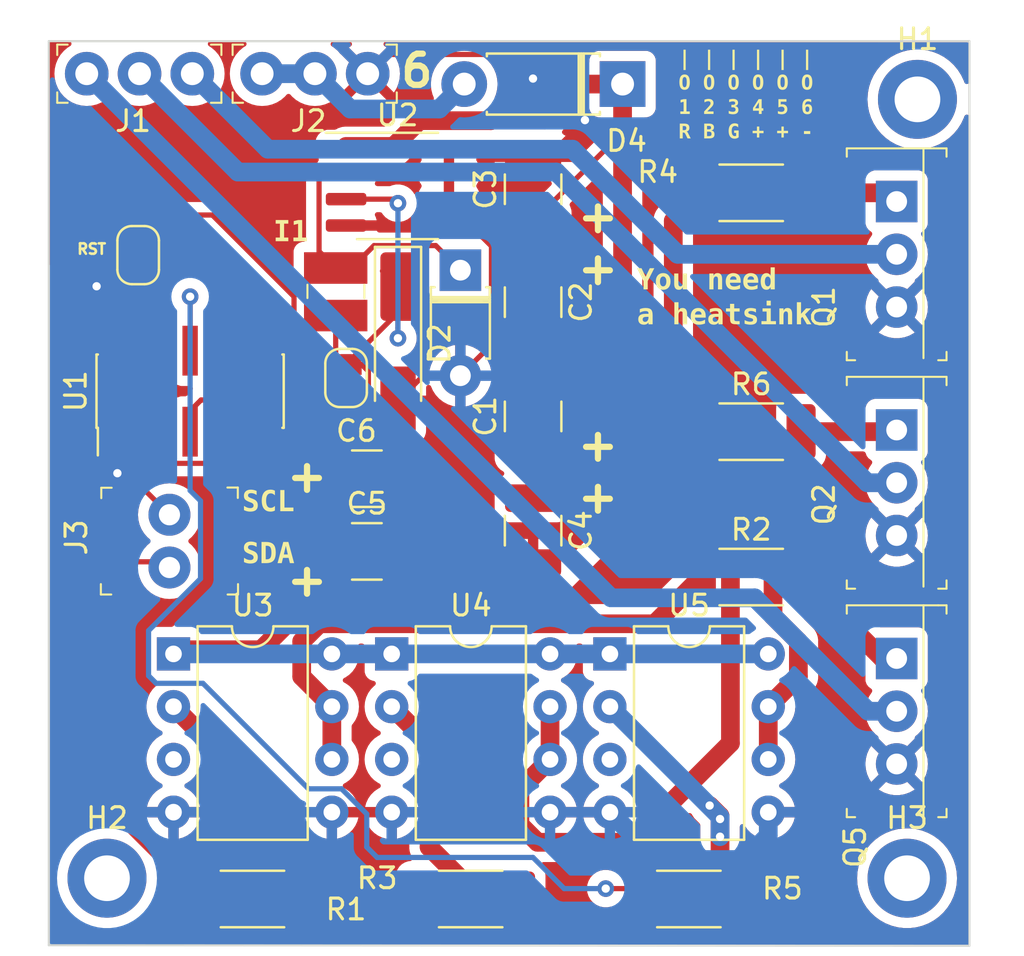
<source format=kicad_pcb>
(kicad_pcb (version 20221018) (generator pcbnew)
  (layers (0 "F.Cu" signal) (31 "B.Cu" signal) (34 "B.Paste" user) (35 "F.Paste" user) (36 "B.SilkS" user "B.Silkscreen") (37 "F.SilkS" user "F.Silkscreen") (38 "B.Mask" user) (39 "F.Mask" user) (44 "Edge.Cuts" user))
  (net 0 "")
  (net 1 "vin")
  (net 2 "GND")
  (net 3 "Net-(D2-K)")
  (net 4 "Net-(JP1-B)")
  (net 5 "Net-(D1-K)")
  (net 6 "r")
  (net 7 "g")
  (net 8 "b")
  (net 9 "Net-(JP2-B)")
  (net 10 "Net-(Q1-G)")
  (net 11 "Net-(Q2-G)")
  (net 12 "Net-(Q5-G)")
  (net 19 "Net-(U1-PF0)")
  (net 20 "Net-(U1-PF1)")
  (net 21 "Net-(D4-A)")
  (net 22 "Net-(U1-PA0)")
  (net 23 "Net-(U3-INPUT)")
  (net 24 "Net-(R2-Pad1)")
  (net 25 "Net-(U1-PA1)")
  (net 26 "Net-(U4-INPUT)")
  (net 27 "Net-(R4-Pad1)")
  (net 28 "Net-(U1-PA2)")
  (net 29 "Net-(U5-INPUT)")
  (net 30 "Net-(R6-Pad1)")
  (footprint "digikey-footprints:TO-220-3" (layer "F.Cu") (at 53.5 20.42 -90)
    (fp_text reference "Q1" (at 5.08 3.5 90) (layer "F.SilkS"))
    (fp_text value "IRF540NPBF")
    (pad "1" thru_hole rect (at 0 0 270) (size 2 2) (drill 1) (layers "*.Cu" "*.Mask") (net 10 "Net-(Q1-G)"))
    (pad "2" thru_hole circle (at 2.54 0 270) (size 2 2) (drill 1) (layers "*.Cu" "*.Mask") (net 7 "g"))
    (pad "3" thru_hole circle (at 5.08 0 270) (size 2 2) (drill 1) (layers "*.Cu" "*.Mask") (net 2 "GND"))
  )
  (footprint "MountingHole:MountingHole_2.2mm_M2_DIN965_Pad" (layer "F.Cu") (at 54 53)
    (fp_text reference "H3" (at 0 -2.9) (layer "F.SilkS"))
    (fp_text value "MountingHole")
    (pad "1" thru_hole circle (at 0 0) (size 3.8 3.8) (drill 2.2) (layers "*.Cu" "*.Mask"))
  )
  (footprint "Resistor_SMD:R_2010_5025Metric_Pad1.40x2.65mm_HandSolder" (layer "F.Cu") (at 46.5 20)
    (fp_text reference "R4" (at -4.5 -1) (layer "F.SilkS"))
    (fp_text value "R_US")
    (pad "1" smd roundrect (at -2.4 0) (size 1.4 2.65) (layers "F.Cu" "F.Paste" "F.Mask") (roundrect_rratio 0.178571) (net 27 "Net-(R4-Pad1)"))
    (pad "2" smd roundrect (at 2.4 0) (size 1.4 2.65) (layers "F.Cu" "F.Paste" "F.Mask") (roundrect_rratio 0.178571) (net 10 "Net-(Q1-G)"))
  )
  (footprint "digikey-footprints:TO-220-3" (layer "F.Cu") (at 53.5 31.42 -90)
    (fp_text reference "Q2" (at 3.58 3.5 90) (layer "F.SilkS"))
    (fp_text value "IRF540NPBF")
    (pad "1" thru_hole rect (at 0 0 270) (size 2 2) (drill 1) (layers "*.Cu" "*.Mask") (net 11 "Net-(Q2-G)"))
    (pad "2" thru_hole circle (at 2.54 0 270) (size 2 2) (drill 1) (layers "*.Cu" "*.Mask") (net 8 "b"))
    (pad "3" thru_hole circle (at 5.08 0 270) (size 2 2) (drill 1) (layers "*.Cu" "*.Mask") (net 2 "GND"))
  )
  (footprint "MountingHole:MountingHole_2.2mm_M2_DIN965_Pad" (layer "F.Cu") (at 54.5 15.5)
    (fp_text reference "H1" (at 0 -2.9) (layer "F.SilkS"))
    (fp_text value "MountingHole")
    (pad "1" thru_hole circle (at 0 0) (size 3.8 3.8) (drill 2.2) (layers "*.Cu" "*.Mask"))
  )
  (footprint "digikey-footprints:PinHeader_1x2_P2.54mm_Drill1.02mm" (layer "F.Cu") (at 18.505 38.04 90)
    (fp_text reference "J3" (at 1.45 -4.48 90) (layer "F.SilkS"))
    (fp_text value "640456-2")
    (pad "1" thru_hole circle (at 0 0 90) (size 2.02 2.02) (drill 1.02) (layers "*.Cu" "*.Mask") (net 19 "Net-(U1-PF0)"))
    (pad "2" thru_hole circle (at 2.54 0 90) (size 2.02 2.02) (drill 1.02) (layers "*.Cu" "*.Mask") (net 20 "Net-(U1-PF1)"))
  )
  (footprint "Resistor_SMD:R_2010_5025Metric_Pad1.40x2.65mm_HandSolder" (layer "F.Cu") (at 46.5 31.5)
    (fp_text reference "R6" (at 0 -2.28) (layer "F.SilkS"))
    (fp_text value "R_US")
    (pad "1" smd roundrect (at -2.4 0) (size 1.4 2.65) (layers "F.Cu" "F.Paste" "F.Mask") (roundrect_rratio 0.178571) (net 30 "Net-(R6-Pad1)"))
    (pad "2" smd roundrect (at 2.4 0) (size 1.4 2.65) (layers "F.Cu" "F.Paste" "F.Mask") (roundrect_rratio 0.178571) (net 11 "Net-(Q2-G)"))
  )
  (footprint "digikey-footprints:PinHeader_1x3_P2.54_Drill1.1mm" (layer "F.Cu") (at 19.605 14.265 180)
    (fp_text reference "J1" (at 2.85 -2.28) (layer "F.SilkS"))
    (fp_text value "640456-3")
    (pad "1" thru_hole circle (at 0 0 180) (size 2.1 2.1) (drill 1.1) (layers "*.Cu" "*.Mask") (net 7 "g"))
    (pad "2" thru_hole circle (at 2.54 0 180) (size 2.1 2.1) (drill 1.1) (layers "*.Cu" "*.Mask") (net 8 "b"))
    (pad "3" thru_hole circle (at 5.08 0 180) (size 2.1 2.1) (drill 1.1) (layers "*.Cu" "*.Mask") (net 6 "r"))
  )
  (footprint "Resistor_SMD:R_2010_5025Metric_Pad1.40x2.65mm_HandSolder" (layer "F.Cu") (at 22.5 54)
    (fp_text reference "R1" (at 4.5 0.5) (layer "F.SilkS"))
    (fp_text value "R_US" hide)
    (pad "1" smd roundrect (at -2.4 0) (size 1.4 2.65) (layers "F.Cu" "F.Paste" "F.Mask") (roundrect_rratio 0.178571) (net 22 "Net-(U1-PA0)"))
    (pad "2" smd roundrect (at 2.4 0) (size 1.4 2.65) (layers "F.Cu" "F.Paste" "F.Mask") (roundrect_rratio 0.178571) (net 23 "Net-(U3-INPUT)"))
  )
  (footprint "Resistor_SMD:R_2010_5025Metric_Pad1.40x2.65mm_HandSolder" (layer "F.Cu") (at 43.5 54)
    (fp_text reference "R5" (at 4.5 -0.5) (layer "F.SilkS"))
    (fp_text value "R_US" hide)
    (pad "1" smd roundrect (at -2.4 0) (size 1.4 2.65) (layers "F.Cu" "F.Paste" "F.Mask") (roundrect_rratio 0.178571) (net 28 "Net-(U1-PA2)"))
    (pad "2" smd roundrect (at 2.4 0) (size 1.4 2.65) (layers "F.Cu" "F.Paste" "F.Mask") (roundrect_rratio 0.178571) (net 29 "Net-(U5-INPUT)"))
  )
  (footprint "Capacitor_SMD:C_1210_3225Metric_Pad1.33x2.70mm_HandSolder" (layer "F.Cu") (at 36.005 30.765 90)
    (fp_text reference "C1" (at 0 -2.3 90) (layer "F.SilkS"))
    (fp_text value "C")
    (pad "1" smd roundrect (at -1.5625 0 90) (size 1.325 2.7) (layers "F.Cu" "F.Paste" "F.Mask") (roundrect_rratio 0.1886792453) (net 1 "vin"))
    (pad "2" smd roundrect (at 1.5625 0 90) (size 1.325 2.7) (layers "F.Cu" "F.Paste" "F.Mask") (roundrect_rratio 0.1886792453) (net 2 "GND"))
  )
  (footprint "Package_SO:SOIC-8_3.9x4.9mm_P1.27mm" (layer "F.Cu") (at 29.48 19.67)
    (fp_text reference "U2" (at 0 -3.4) (layer "F.SilkS"))
    (fp_text value "XL1509-3.3")
    (pad "1" smd roundrect (at -2.475 -1.905) (size 1.95 0.6) (layers "F.Cu" "F.Paste" "F.Mask") (net 1 "vin"))
    (pad "2" smd roundrect (at -2.475 -0.635) (size 1.95 0.6) (layers "F.Cu" "F.Paste" "F.Mask") (net 5 "Net-(D1-K)"))
    (pad "3" smd roundrect (at -2.475 0.635) (size 1.95 0.6) (layers "F.Cu" "F.Paste" "F.Mask") (net 3 "Net-(D2-K)"))
    (pad "4" smd roundrect (at -2.475 1.905) (size 1.95 0.6) (layers "F.Cu" "F.Paste" "F.Mask") (net 2 "GND"))
    (pad "5" smd roundrect (at 2.475 1.905) (size 1.95 0.6) (layers "F.Cu" "F.Paste" "F.Mask") (net 2 "GND"))
    (pad "6" smd roundrect (at 2.475 0.635) (size 1.95 0.6) (layers "F.Cu" "F.Paste" "F.Mask") (net 2 "GND"))
    (pad "7" smd roundrect (at 2.475 -0.635) (size 1.95 0.6) (layers "F.Cu" "F.Paste" "F.Mask") (net 2 "GND"))
    (pad "8" smd roundrect (at 2.475 -1.905) (size 1.95 0.6) (layers "F.Cu" "F.Paste" "F.Mask") (net 2 "GND"))
  )
  (footprint "Package_DIP:DIP-8_W7.62mm" (layer "F.Cu") (at 39.7 42.2)
    (fp_text reference "U5" (at 3.81 -2.33) (layer "F.SilkS"))
    (fp_text value "TC4422")
    (pad "1" thru_hole rect (at 0 0) (size 1.6 1.6) (drill 0.8) (layers "*.Cu" "*.Mask") (net 1 "vin"))
    (pad "2" thru_hole oval (at 0 2.54) (size 1.6 1.6) (drill 0.8) (layers "*.Cu" "*.Mask") (net 29 "Net-(U5-INPUT)"))
    (pad "3" thru_hole oval (at 0 5.08) (size 1.6 1.6) (drill 0.8) (layers "*.Cu" "*.Mask"))
    (pad "4" thru_hole oval (at 0 7.62) (size 1.6 1.6) (drill 0.8) (layers "*.Cu" "*.Mask") (net 2 "GND"))
    (pad "5" thru_hole oval (at 7.62 7.62) (size 1.6 1.6) (drill 0.8) (layers "*.Cu" "*.Mask") (net 2 "GND"))
    (pad "6" thru_hole oval (at 7.62 5.08) (size 1.6 1.6) (drill 0.8) (layers "*.Cu" "*.Mask") (net 30 "Net-(R6-Pad1)"))
    (pad "7" thru_hole oval (at 7.62 2.54) (size 1.6 1.6) (drill 0.8) (layers "*.Cu" "*.Mask") (net 30 "Net-(R6-Pad1)"))
    (pad "8" thru_hole oval (at 7.62 0) (size 1.6 1.6) (drill 0.8) (layers "*.Cu" "*.Mask") (net 1 "vin"))
  )
  (footprint "Resistor_SMD:R_2010_5025Metric_Pad1.40x2.65mm_HandSolder" (layer "F.Cu") (at 33 54)
    (fp_text reference "R3" (at -4.5 -1) (layer "F.SilkS"))
    (fp_text value "R_US" hide)
    (pad "1" smd roundrect (at -2.4 0) (size 1.4 2.65) (layers "F.Cu" "F.Paste" "F.Mask") (roundrect_rratio 0.178571) (net 25 "Net-(U1-PA1)"))
    (pad "2" smd roundrect (at 2.4 0) (size 1.4 2.65) (layers "F.Cu" "F.Paste" "F.Mask") (roundrect_rratio 0.178571) (net 26 "Net-(U4-INPUT)"))
  )
  (footprint "Package_DIP:DIP-8_W7.62mm" (layer "F.Cu") (at 29.2 42.2)
    (fp_text reference "U4" (at 3.81 -2.33) (layer "F.SilkS"))
    (fp_text value "TC4422")
    (pad "1" thru_hole rect (at 0 0) (size 1.6 1.6) (drill 0.8) (layers "*.Cu" "*.Mask") (net 1 "vin"))
    (pad "2" thru_hole oval (at 0 2.54) (size 1.6 1.6) (drill 0.8) (layers "*.Cu" "*.Mask") (net 26 "Net-(U4-INPUT)"))
    (pad "3" thru_hole oval (at 0 5.08) (size 1.6 1.6) (drill 0.8) (layers "*.Cu" "*.Mask"))
    (pad "4" thru_hole oval (at 0 7.62) (size 1.6 1.6) (drill 0.8) (layers "*.Cu" "*.Mask") (net 2 "GND"))
    (pad "5" thru_hole oval (at 7.62 7.62) (size 1.6 1.6) (drill 0.8) (layers "*.Cu" "*.Mask") (net 2 "GND"))
    (pad "6" thru_hole oval (at 7.62 5.08) (size 1.6 1.6) (drill 0.8) (layers "*.Cu" "*.Mask") (net 27 "Net-(R4-Pad1)"))
    (pad "7" thru_hole oval (at 7.62 2.54) (size 1.6 1.6) (drill 0.8) (layers "*.Cu" "*.Mask") (net 27 "Net-(R4-Pad1)"))
    (pad "8" thru_hole oval (at 7.62 0) (size 1.6 1.6) (drill 0.8) (layers "*.Cu" "*.Mask") (net 1 "vin"))
  )
  (footprint "digikey-footprints:1210" (layer "F.Cu") (at 26.505 24.765 -90)
    (fp_text reference "L1" hide)
    (fp_text value "82473C")
    (pad "1" smd rect (at -1.145 0 270) (size 1.52 3.05) (layers "F.Cu" "F.Paste" "F.Mask") (net 5 "Net-(D1-K)"))
    (pad "2" smd rect (at 1.145 0 270) (size 1.52 3.05) (layers "F.Cu" "F.Paste" "F.Mask") (net 3 "Net-(D2-K)"))
  )
  (footprint "Diode_THT:D_T-1_P5.08mm_Horizontal" (layer "F.Cu") (at 32.505 23.725 -90)
    (fp_text reference "D1" hide)
    (fp_text value "D_Schottky")
    (pad "1" thru_hole rect (at 0 0 270) (size 2 2) (drill 1) (layers "*.Cu" "*.Mask") (net 5 "Net-(D1-K)"))
    (pad "2" thru_hole oval (at 5.08 0 270) (size 2 2) (drill 1) (layers "*.Cu" "*.Mask") (net 2 "GND"))
  )
  (footprint "Jumper:SolderJumper-2_P1.3mm_Bridged_RoundedPad1.0x1.5mm" (layer "F.Cu") (at 27.005 28.915 -90)
    (fp_text reference "JP1" hide)
    (fp_text value "SolderJumper_2_Bridged")
    (fp_poly (pts (xy 0.25 -0.3) (xy -0.25 -0.3) (xy -0.25 0.3) (xy 0.25 0.3)) (fill solid) (layer "F.Cu"))
    (pad "1" smd custom (at -0.65 0 270) (size 1 0.5) (layers "F.Cu" "F.Mask") (net 3 "Net-(D2-K)") (options (clearance outline) (anchor rect)) (primitives (gr_circle (center 0 0.25) (end 0.5 0.25) (width 0) (fill yes)) (gr_circle (center 0 -0.25) (end 0.5 -0.25) (width 0) (fill yes)) (gr_poly (pts (xy 0.5 0.75) (xy 0 0.75) (xy 0 -0.75) (xy 0.5 -0.75)) (width 0) (fill yes))))
    (pad "2" smd custom (at 0.65 0 270) (size 1 0.5) (layers "F.Cu" "F.Mask") (net 4 "Net-(JP1-B)") (options (clearance outline) (anchor rect)) (primitives (gr_circle (center 0 0.25) (end 0.5 0.25) (width 0) (fill yes)) (gr_circle (center 0 -0.25) (end 0.5 -0.25) (width 0) (fill yes)) (gr_poly (pts (xy 0 0.75) (xy -0.5 0.75) (xy -0.5 -0.75) (xy 0 -0.75)) (width 0) (fill yes))))
  )
  (footprint "Resistor_SMD:R_2010_5025Metric_Pad1.40x2.65mm_HandSolder" (layer "F.Cu") (at 46.5 38.5)
    (fp_text reference "R2" (at 0 -2.28) (layer "F.SilkS"))
    (fp_text value "R_US" hide)
    (pad "1" smd roundrect (at -2.4 0) (size 1.4 2.65) (layers "F.Cu" "F.Paste" "F.Mask") (roundrect_rratio 0.178571) (net 24 "Net-(R2-Pad1)"))
    (pad "2" smd roundrect (at 2.4 0) (size 1.4 2.65) (layers "F.Cu" "F.Paste" "F.Mask") (roundrect_rratio 0.178571) (net 12 "Net-(Q5-G)"))
  )
  (footprint "Package_DIP:DIP-8_W7.62mm" (layer "F.Cu") (at 18.7 42.2)
    (fp_text reference "U3" (at 3.81 -2.33) (layer "F.SilkS"))
    (fp_text value "TC4422")
    (pad "1" thru_hole rect (at 0 0) (size 1.6 1.6) (drill 0.8) (layers "*.Cu" "*.Mask") (net 1 "vin"))
    (pad "2" thru_hole oval (at 0 2.54) (size 1.6 1.6) (drill 0.8) (layers "*.Cu" "*.Mask") (net 23 "Net-(U3-INPUT)"))
    (pad "3" thru_hole oval (at 0 5.08) (size 1.6 1.6) (drill 0.8) (layers "*.Cu" "*.Mask"))
    (pad "4" thru_hole oval (at 0 7.62) (size 1.6 1.6) (drill 0.8) (layers "*.Cu" "*.Mask") (net 2 "GND"))
    (pad "5" thru_hole oval (at 7.62 7.62) (size 1.6 1.6) (drill 0.8) (layers "*.Cu" "*.Mask") (net 2 "GND"))
    (pad "6" thru_hole oval (at 7.62 5.08) (size 1.6 1.6) (drill 0.8) (layers "*.Cu" "*.Mask") (net 24 "Net-(R2-Pad1)"))
    (pad "7" thru_hole oval (at 7.62 2.54) (size 1.6 1.6) (drill 0.8) (layers "*.Cu" "*.Mask") (net 24 "Net-(R2-Pad1)"))
    (pad "8" thru_hole oval (at 7.62 0) (size 1.6 1.6) (drill 0.8) (layers "*.Cu" "*.Mask") (net 1 "vin"))
  )
  (footprint "Capacitor_SMD:C_1210_3225Metric_Pad1.33x2.70mm_HandSolder" (layer "F.Cu") (at 28.005 37.265)
    (fp_text reference "C5" (at 0 -2.3) (layer "F.SilkS"))
    (fp_text value "C_Polarized_US")
    (pad "1" smd roundrect (at -1.5625 0) (size 1.325 2.7) (layers "F.Cu" "F.Paste" "F.Mask") (roundrect_rratio 0.1886792453) (net 3 "Net-(D2-K)"))
    (pad "2" smd roundrect (at 1.5625 0) (size 1.325 2.7) (layers "F.Cu" "F.Paste" "F.Mask") (roundrect_rratio 0.1886792453) (net 2 "GND"))
  )
  (footprint "Capacitor_SMD:C_1210_3225Metric_Pad1.33x2.70mm_HandSolder" (layer "F.Cu") (at 36.005 19.8275 90)
    (fp_text reference "C3" (at 0 -2.3 90) (layer "F.SilkS"))
    (fp_text value "C_Polarized_US")
    (pad "1" smd roundrect (at -1.5625 0 90) (size 1.325 2.7) (layers "F.Cu" "F.Paste" "F.Mask") (roundrect_rratio 0.1886792453) (net 1 "vin"))
    (pad "2" smd roundrect (at 1.5625 0 90) (size 1.325 2.7) (layers "F.Cu" "F.Paste" "F.Mask") (roundrect_rratio 0.1886792453) (net 2 "GND"))
  )
  (footprint "Diode_SMD:D_MiniMELF_Handsoldering" (layer "F.Cu") (at 29.505 27.265 -90)
    (fp_text reference "D2" (at 0 -2 90) (layer "F.SilkS"))
    (fp_text value "ZMMxx")
    (pad "1" smd roundrect (at -2.75 0 270) (size 3.3 1.7) (layers "F.Cu" "F.Paste" "F.Mask") (roundrect_rratio 0.1470588235) (net 3 "Net-(D2-K)"))
    (pad "2" smd roundrect (at 2.75 0 270) (size 3.3 1.7) (layers "F.Cu" "F.Paste" "F.Mask") (roundrect_rratio 0.1470588235) (net 2 "GND"))
  )
  (footprint "MountingHole:MountingHole_2.2mm_M2_DIN965_Pad" (layer "F.Cu") (at 15.5 53)
    (fp_text reference "H2" (at 0 -2.9) (layer "F.SilkS"))
    (fp_text value "MountingHole")
    (pad "1" thru_hole circle (at 0 0) (size 3.8 3.8) (drill 2.2) (layers "*.Cu" "*.Mask"))
  )
  (footprint "Diode_THT:D_DO-41_SOD81_P7.62mm_Horizontal" (layer "F.Cu") (at 40.31 14.765 180)
    (fp_text reference "D4" (at -0.19 -2.735) (layer "F.SilkS"))
    (fp_text value "1N4002")
    (pad "1" thru_hole rect (at 0 0 180) (size 2.2 2.2) (drill 1.1) (layers "*.Cu" "*.Mask") (net 1 "vin"))
    (pad "2" thru_hole oval (at 7.62 0 180) (size 2.2 2.2) (drill 1.1) (layers "*.Cu" "*.Mask") (net 21 "Net-(D4-A)"))
  )
  (footprint "Capacitor_SMD:C_1210_3225Metric_Pad1.33x2.70mm_HandSolder" (layer "F.Cu") (at 28.005 33.765)
    (fp_text reference "C6" (at -0.505 -2.3) (layer "F.SilkS"))
    (fp_text value "C")
    (pad "1" smd roundrect (at -1.5625 0) (size 1.325 2.7) (layers "F.Cu" "F.Paste" "F.Mask") (roundrect_rratio 0.1886792453) (net 3 "Net-(D2-K)"))
    (pad "2" smd roundrect (at 1.5625 0) (size 1.325 2.7) (layers "F.Cu" "F.Paste" "F.Mask") (roundrect_rratio 0.1886792453) (net 2 "GND"))
  )
  (footprint "digikey-footprints:TO-220-3" (layer "F.Cu") (at 53.5 42.42 -90)
    (fp_text reference "Q5" (at 9.08 2 90) (layer "F.SilkS"))
    (fp_text value "IRF540NPBF")
    (pad "1" thru_hole rect (at 0 0 270) (size 2 2) (drill 1) (layers "*.Cu" "*.Mask") (net 12 "Net-(Q5-G)"))
    (pad "2" thru_hole circle (at 2.54 0 270) (size 2 2) (drill 1) (layers "*.Cu" "*.Mask") (net 6 "r"))
    (pad "3" thru_hole circle (at 5.08 0 270) (size 2 2) (drill 1) (layers "*.Cu" "*.Mask") (net 2 "GND"))
  )
  (footprint "Connector_PinHeader_1.27mm:PinHeader_2x07_P1.27mm_Vertical_SMD" (layer "F.Cu") (at 19.5 29.55 90)
    (fp_text reference "U1" (at 0 -5.505 90) (layer "F.SilkS"))
    (fp_text value "STM32F030F4P6")
    (pad "1" smd rect (at -1.95 -3.81 90) (size 2.4 0.74) (layers "F.Cu" "F.Paste" "F.Mask") (net 2 "GND"))
    (pad "2" smd rect (at 1.95 -3.81 90) (size 2.4 0.74) (layers "F.Cu" "F.Paste" "F.Mask") (net 19 "Net-(U1-PF0)"))
    (pad "3" smd rect (at -1.95 -2.54 90) (size 2.4 0.74) (layers "F.Cu" "F.Paste" "F.Mask") (net 20 "Net-(U1-PF1)"))
    (pad "4" smd rect (at 1.95 -2.54 90) (size 2.4 0.74) (layers "F.Cu" "F.Paste" "F.Mask") (net 9 "Net-(JP2-B)"))
    (pad "5" smd rect (at -1.95 -1.27 90) (size 2.4 0.74) (layers "F.Cu" "F.Paste" "F.Mask") (net 4 "Net-(JP1-B)"))
    (pad "6" smd rect (at 1.95 -1.27 90) (size 2.4 0.74) (layers "F.Cu" "F.Paste" "F.Mask") (net 22 "Net-(U1-PA0)"))
    (pad "7" smd rect (at -1.95 0 90) (size 2.4 0.74) (layers "F.Cu" "F.Paste" "F.Mask") (net 25 "Net-(U1-PA1)"))
    (pad "8" smd rect (at 1.95 0 90) (size 2.4 0.74) (layers "F.Cu" "F.Paste" "F.Mask") (net 28 "Net-(U1-PA2)"))
    (pad "9" smd rect (at -1.95 1.27 90) (size 2.4 0.74) (layers "F.Cu" "F.Paste" "F.Mask"))
    (pad "10" smd rect (at 1.95 1.27 90) (size 2.4 0.74) (layers "F.Cu" "F.Paste" "F.Mask"))
    (pad "11" smd rect (at -1.95 2.54 90) (size 2.4 0.74) (layers "F.Cu" "F.Paste" "F.Mask"))
    (pad "12" smd rect (at 1.95 2.54 90) (size 2.4 0.74) (layers "F.Cu" "F.Paste" "F.Mask"))
    (pad "13" smd rect (at -1.95 3.81 90) (size 2.4 0.74) (layers "F.Cu" "F.Paste" "F.Mask"))
    (pad "14" smd rect (at 1.95 3.81 90) (size 2.4 0.74) (layers "F.Cu" "F.Paste" "F.Mask"))
  )
  (footprint "Capacitor_SMD:C_1210_3225Metric_Pad1.33x2.70mm_HandSolder" (layer "F.Cu") (at 36.005 25.265 -90)
    (fp_text reference "C2" (at 0 -2.3 90) (layer "F.SilkS"))
    (fp_text value "C_Polarized_US")
    (pad "1" smd roundrect (at -1.5625 0 270) (size 1.325 2.7) (layers "F.Cu" "F.Paste" "F.Mask") (roundrect_rratio 0.1886792453) (net 1 "vin"))
    (pad "2" smd roundrect (at 1.5625 0 270) (size 1.325 2.7) (layers "F.Cu" "F.Paste" "F.Mask") (roundrect_rratio 0.1886792453) (net 2 "GND"))
  )
  (footprint "Capacitor_SMD:C_1210_3225Metric_Pad1.33x2.70mm_HandSolder" (layer "F.Cu") (at 36.005 36.265 -90)
    (fp_text reference "C4" (at 0 -2.3 90) (layer "F.SilkS"))
    (fp_text value "C")
    (pad "1" smd roundrect (at -1.5625 0 270) (size 1.325 2.7) (layers "F.Cu" "F.Paste" "F.Mask") (roundrect_rratio 0.1886792453) (net 1 "vin"))
    (pad "2" smd roundrect (at 1.5625 0 270) (size 1.325 2.7) (layers "F.Cu" "F.Paste" "F.Mask") (roundrect_rratio 0.1886792453) (net 2 "GND"))
  )
  (footprint "digikey-footprints:PinHeader_1x3_P2.54_Drill1.1mm" (layer "F.Cu") (at 28.045 14.265 180)
    (fp_text reference "J2" (at 2.85 -2.28) (layer "F.SilkS"))
    (fp_text value "640456-3")
    (pad "1" thru_hole circle (at 0 0 180) (size 2.1 2.1) (drill 1.1) (layers "*.Cu" "*.Mask") (net 2 "GND"))
    (pad "2" thru_hole circle (at 2.54 0 180) (size 2.1 2.1) (drill 1.1) (layers "*.Cu" "*.Mask") (net 21 "Net-(D4-A)"))
    (pad "3" thru_hole circle (at 5.08 0 180) (size 2.1 2.1) (drill 1.1) (layers "*.Cu" "*.Mask") (net 21 "Net-(D4-A)"))
  )
  (footprint "Jumper:SolderJumper-2_P1.3mm_Open_RoundedPad1.0x1.5mm" (layer "F.Cu") (at 17 23 -90)
    (fp_text reference "JP2" hide)
    (fp_text value "SolderJumper_2_Open")
    (pad "1" smd custom (at -0.65 0 270) (size 1 0.5) (layers "F.Cu" "F.Mask") (net 2 "GND") (options (clearance outline) (anchor rect)) (primitives (gr_circle (center 0 0.25) (end 0.5 0.25) (width 0) (fill yes)) (gr_circle (center 0 -0.25) (end 0.5 -0.25) (width 0) (fill yes)) (gr_poly (pts (xy 0.5 0.75) (xy 0 0.75) (xy 0 -0.75) (xy 0.5 -0.75)) (width 0) (fill yes))))
    (pad "2" smd custom (at 0.65 0 270) (size 1 0.5) (layers "F.Cu" "F.Mask") (net 9 "Net-(JP2-B)") (options (clearance outline) (anchor rect)) (primitives (gr_circle (center 0 0.25) (end 0.5 0.25) (width 0) (fill yes)) (gr_circle (center 0 -0.25) (end 0.5 -0.25) (width 0) (fill yes)) (gr_poly (pts (xy 0 0.75) (xy -0.5 0.75) (xy -0.5 -0.75) (xy 0 -0.75)) (width 0) (fill yes))))
  )
  (gr_line (start 57 12.7) (end 57 56.25) (stroke (width 0.1)) (layer "Edge.Cuts"))
  (gr_line (start 12.7 12.7) (end 57 12.7) (stroke (width 0.1)) (layer "Edge.Cuts"))
  (gr_line (start 12.7 56.225) (end 12.7 12.7) (stroke (width 0.1)) (layer "Edge.Cuts"))
  (gr_line (start 57 56.25) (end 12.7 56.225) (stroke (width 0.1)) (layer "Edge.Cuts"))
  (gr_text "I1" (at 23.5 22.5) (layer "F.SilkS") (effects (font (size 1 1) (thickness 0.25) bold) (justify left bottom)))
  (gr_text "+" (at 24 34.5) (layer "F.SilkS") (effects (font (size 1.5 1.5) (thickness 0.3) bold) (justify left bottom)))
  (gr_text "+" (at 38 24.5) (layer "F.SilkS") (effects (font (size 1.5 1.5) (thickness 0.3) bold) (justify left bottom)))
  (gr_text "SDA" (at 22 38) (layer "F.SilkS") (effects (font (size 1 1) (thickness 0.25) bold) (justify left bottom)))
  (gr_text "+" (at 38 33) (layer "F.SilkS") (effects (font (size 1.5 1.5) (thickness 0.3) bold) (justify left bottom)))
  (gr_text "RST" (at 14 23) (layer "F.SilkS") (effects (font (size 0.5 0.5) (thickness 0.125) bold) (justify left bottom)))
  (gr_text "6" (at 29.5 15) (layer "F.SilkS") (effects (font (size 1.5 1.5) (thickness 0.3) bold) (justify left bottom)))
  (gr_text "SCL" (at 22 35.5) (layer "F.SilkS") (effects (font (size 1 1) (thickness 0.25) bold) (justify left bottom)))
  (gr_text "+" (at 38 22) (layer "F.SilkS") (effects (font (size 1.5 1.5) (thickness 0.3) bold) (justify left bottom)))
  (gr_text "| | | | | |\nO O O O O O\n1 2 3 4 5 6\nR B G + + -" (at 43 17.5) (layer "F.SilkS") (effects (font (size 0.7 0.7) (thickness 0.125) bold) (justify left bottom)))
  (gr_text "+" (at 38 35.5) (layer "F.SilkS") (effects (font (size 1.5 1.5) (thickness 0.3) bold) (justify left bottom)))
  (gr_text "+" (at 24 39.5) (layer "F.SilkS") (effects (font (size 1.5 1.5) (thickness 0.3) bold) (justify left bottom)))
  (gr_text "You need\na heatsink" (at 41 26.5) (layer "F.SilkS") (effects (font (size 1 1) (thickness 0.2) bold) (justify left bottom)))
  (segment (start 40.31 37.19) (end 37.85 39.65) (width 0.9) (layer "F.Cu") (net 1))
  (segment (start 40.31 14.765) (end 38.31 14.765) (width 0.9) (layer "F.Cu") (net 1))
  (segment (start 36.005 21.39) (end 40 17.395) (width 0.25) (layer "F.Cu") (net 1))
  (segment (start 25.263755 39.65) (end 22.913755 42) (width 0.9) (layer "F.Cu") (net 1))
  (segment (start 22.913755 42) (end 18.9 42) (width 0.9) (layer "F.Cu") (net 1))
  (segment (start 36.575 16.5) (end 34 16.5) (width 0.9) (layer "F.Cu") (net 1))
  (segment (start 36.005 32.3275) (end 37.68 30.6525) (width 0.25) (layer "F.Cu") (net 1))
  (segment (start 37.68 25.3775) (end 36.005 23.7025) (width 0.25) (layer "F.Cu") (net 1))
  (segment (start 38.31 14.765) (end 36.575 16.5) (width 0.9) (layer "F.Cu") (net 1))
  (segment (start 40.31 14.765) (end 40.31 37.19) (width 0.9) (layer "F.Cu") (net 1))
  (segment (start 29.290635 17.765) (end 27.005 17.765) (width 0.9) (layer "F.Cu") (net 1))
  (segment (start 37.68 30.6525) (end 37.68 25.3775) (width 0.25) (layer "F.Cu") (net 1))
  (segment (start 30.527817 16.527817) (end 29.290635 17.765) (width 0.9) (layer "F.Cu") (net 1))
  (segment (start 33.972183 16.527817) (end 30.527817 16.527817) (width 0.9) (layer "F.Cu") (net 1))
  (segment (start 36.005 23.7025) (end 36.005 21.39) (width 0.25) (layer "F.Cu") (net 1))
  (segment (start 40 17.395) (end 40 15.075) (width 0.25) (layer "F.Cu") (net 1))
  (segment (start 36.005 34.7025) (end 36.005 32.3275) (width 0.25) (layer "F.Cu") (net 1))
  (segment (start 34 16.5) (end 33.972183 16.527817) (width 0.9) (layer "F.Cu") (net 1))
  (segment (start 37.85 39.65) (end 25.263755 39.65) (width 0.9) (layer "F.Cu") (net 1))
  (segment (start 40 15.075) (end 40.31 14.765) (width 0.25) (layer "F.Cu") (net 1))
  (segment (start 36.82 42.2) (end 39.7 42.2) (width 0.9) (layer "B.Cu") (net 1))
  (segment (start 26.32 42.2) (end 29.2 42.2) (width 0.9) (layer "B.Cu") (net 1))
  (segment (start 18.7 42.2) (end 26.32 42.2) (width 0.9) (layer "B.Cu") (net 1))
  (segment (start 29.2 42.2) (end 36.82 42.2) (width 0.9) (layer "B.Cu") (net 1))
  (segment (start 39.7 42.2) (end 47.32 42.2) (width 0.9) (layer "B.Cu") (net 1))
  (segment (start 16.005 31.215) (end 16.005 33.495) (width 0.25) (layer "F.Cu") (net 2))
  (segment (start 36 14.5) (end 34.84 13.34) (width 0.25) (layer "F.Cu") (net 2))
  (segment (start 28.97 13.34) (end 28.045 14.265) (width 0.25) (layer "F.Cu") (net 2))
  (segment (start 30.715 28.805) (end 32.505 28.805) (width 0.25) (layer "F.Cu") (net 2))
  (segment (start 29.505 33.7025) (end 29.5675 33.765) (width 0.25) (layer "F.Cu") (net 2))
  (segment (start 16.59038 22.35) (end 17 22.35) (width 0.25) (layer "F.Cu") (net 2))
  (segment (start 31.955 21.575) (end 33.005 21.575) (width 0.25) (layer "F.Cu") (net 2))
  (segment (start 29.5675 33.765) (end 29.5675 37.265) (width 0.25) (layer "F.Cu") (net 2))
  (segment (start 15 24.5) (end 15.925 23.575) (width 0.25) (layer "F.Cu") (net 2))
  (segment (start 34 22.57) (end 34 27.31) (width 0.25) (layer "F.Cu") (net 2))
  (segment (start 29.505 30.015) (end 29.505 33.7025) (width 0.25) (layer "F.Cu") (net 2))
  (segment (start 36.735 18.265) (end 38.5 16.5) (width 0.25) (layer "F.Cu") (net 2))
  (segment (start 29.505 30.015) (end 30.715 28.805) (width 0.25) (layer "F.Cu") (net 2))
  (segment (start 34 27.31) (end 32.505 28.805) (width 0.25) (layer "F.Cu") (net 2))
  (segment (start 33.005 21.575) (end 34 22.57) (width 0.25) (layer "F.Cu") (net 2))
  (segment (start 27.005 21.575) (end 31.955 21.575) (width 0.25) (layer "F.Cu") (net 2))
  (segment (start 31.955 17.765) (end 35.505 17.765) (width 0.25) (layer "F.Cu") (net 2))
  (segment (start 15.925 23.01538) (end 16.59038 22.35) (width 0.25) (layer "F.Cu") (net 2))
  (segment (start 34.84 13.34) (end 28.97 13.34) (width 0.25) (layer "F.Cu") (net 2))
  (segment (start 35.505 17.765) (end 36.005 18.265) (width 0.25) (layer "F.Cu") (net 2))
  (segment (start 16.005 33.495) (end 16 33.5) (width 0.25) (layer "F.Cu") (net 2))
  (segment (start 36.005 18.265) (end 36.735 18.265) (width 0.25) (layer "F.Cu") (net 2))
  (segment (start 15.925 23.575) (end 15.925 23.01538) (width 0.25) (layer "F.Cu") (net 2))
  (via (at 36 14.5) (size 0.8) (drill 0.4) (layers "F.Cu" "B.Cu") (net 2))
  (via (at 38.5 16.5) (size 0.8) (drill 0.4) (layers "F.Cu" "B.Cu") (net 2))
  (via (at 15 24.5) (size 0.8) (drill 0.4) (layers "F.Cu" "B.Cu") (net 2))
  (via (at 16 33.5) (size 0.8) (drill 0.4) (layers "F.Cu" "B.Cu") (net 2))
  (segment (start 38.5 16.5) (end 36.5 14.5) (width 0.25) (layer "B.Cu") (net 2))
  (segment (start 15.5 25) (end 15 24.5) (width 0.25) (layer "B.Cu") (net 2))
  (segment (start 47.32 50.95137) (end 47.32 49.82) (width 0.9) (layer "B.Cu") (net 2))
  (segment (start 46.17137 52.1) (end 47.32 50.95137) (width 0.9) (layer "B.Cu") (net 2))
  (segment (start 39.7 49.82) (end 41.98 52.1) (width 0.9) (layer "B.Cu") (net 2))
  (segment (start 36.82 49.82) (end 29.2 49.82) (width 0.25) (layer "B.Cu") (net 2))
  (segment (start 16 33.5) (end 16 25.5) (width 0.25) (layer "B.Cu") (net 2))
  (segment (start 41.98 52.1) (end 46.17137 52.1) (width 0.9) (layer "B.Cu") (net 2))
  (segment (start 26.32 49.82) (end 18.7 49.82) (width 0.25) (layer "B.Cu") (net 2))
  (segment (start 36.5 14.5) (end 36 14.5) (width 0.25) (layer "B.Cu") (net 2))
  (segment (start 16 25.5) (end 15.5 25) (width 0.25) (layer "B.Cu") (net 2))
  (segment (start 28.08 28.59) (end 28.08 30.69) (width 0.25) (layer "F.Cu") (net 3))
  (segment (start 26.505 25.91) (end 26.505 27.765) (width 0.25) (layer "F.Cu") (net 3))
  (segment (start 29.505 25.765) (end 29.505 24.515) (width 0.25) (layer "F.Cu") (net 3))
  (segment (start 27.005 28.265) (end 29.505 25.765) (width 0.25) (layer "F.Cu") (net 3))
  (segment (start 26.4425 32.3275) (end 26.4425 33.765) (width 0.25) (layer "F.Cu") (net 3))
  (segment (start 28.755 23.765) (end 29.505 24.515) (width 0.25) (layer "F.Cu") (net 3))
  (segment (start 28.08 30.69) (end 26.4425 32.3275) (width 0.25) (layer "F.Cu") (net 3))
  (segment (start 29.305 20.305) (end 27.005 20.305) (width 0.25) (layer "F.Cu") (net 3))
  (segment (start 27.755 28.265) (end 28.08 28.59) (width 0.25) (layer "F.Cu") (net 3))
  (segment (start 29.5 27) (end 29.5 24.52) (width 0.25) (layer "F.Cu") (net 3))
  (segment (start 27.005 28.265) (end 27.755 28.265) (width 0.25) (layer "F.Cu") (net 3))
  (segment (start 29.5 20.5) (end 29.305 20.305) (width 0.25) (layer "F.Cu") (net 3))
  (segment (start 26.4425 33.765) (end 26.4425 37.265) (width 0.25) (layer "F.Cu") (net 3))
  (segment (start 29.5 24.52) (end 29.505 24.515) (width 0.25) (layer "F.Cu") (net 3))
  (segment (start 26.505 27.765) (end 27.005 28.265) (width 0.25) (layer "F.Cu") (net 3))
  (via (at 29.5 27) (size 0.8) (drill 0.4) (layers "F.Cu" "B.Cu") (net 3))
  (via (at 29.5 20.5) (size 0.8) (drill 0.4) (layers "F.Cu" "B.Cu") (net 3))
  (segment (start 29.5 26.5) (end 29.5 27) (width 0.25) (layer "B.Cu") (net 3))
  (segment (start 29.5 23.37) (end 29.5 26.5) (width 0.25) (layer "B.Cu") (net 3))
  (segment (start 29.5 20.5) (end 29.5 23.37) (width 0.25) (layer "B.Cu") (net 3))
  (segment (start 18.5 32.72) (end 18.805 33.025) (width 0.25) (layer "F.Cu") (net 4))
  (segment (start 18.805 33.025) (end 24.045 33.025) (width 0.25) (layer "F.Cu") (net 4))
  (segment (start 18.5 32.1) (end 18.5 32.72) (width 0.25) (layer "F.Cu") (net 4))
  (segment (start 27.005 30.065) (end 27.005 29.565) (width 0.25) (layer "F.Cu") (net 4))
  (segment (start 24.045 33.025) (end 27.005 30.065) (width 0.25) (layer "F.Cu") (net 4))
  (segment (start 28.35 22.54) (end 31.32 22.54) (width 0.25) (layer "F.Cu") (net 5))
  (segment (start 26.030001 19.035) (end 27.005 19.035) (width 0.25) (layer "F.Cu") (net 5))
  (segment (start 26.505 23.62) (end 25.705 22.82) (width 0.25) (layer "F.Cu") (net 5))
  (segment (start 27.27 23.62) (end 28.35 22.54) (width 0.25) (layer "F.Cu") (net 5))
  (segment (start 25.705 22.82) (end 25.705 19.360001) (width 0.25) (layer "F.Cu") (net 5))
  (segment (start 25.705 19.360001) (end 26.030001 19.035) (width 0.25) (layer "F.Cu") (net 5))
  (segment (start 31.32 22.54) (end 32.505 23.725) (width 0.25) (layer "F.Cu") (net 5))
  (segment (start 26.505 23.62) (end 27.27 23.62) (width 0.25) (layer "F.Cu") (net 5))
  (segment (start 14.525 14.265) (end 39.76 39.5) (width 0.9) (layer "B.Cu") (net 6))
  (segment (start 46.67061 39.5) (end 52.13061 44.96) (width 0.9) (layer "B.Cu") (net 6))
  (segment (start 52.13061 44.96) (end 53.5 44.96) (width 0.9) (layer "B.Cu") (net 6))
  (segment (start 39.76 39.5) (end 46.67061 39.5) (width 0.9) (layer "B.Cu") (net 6))
  (segment (start 19.505 14.365) (end 19.605 14.265) (width 0.25) (layer "F.Cu") (net 7))
  (segment (start 37.9 17.9) (end 42.96 22.96) (width 0.9) (layer "B.Cu") (net 7))
  (segment (start 23.24 17.9) (end 37.9 17.9) (width 0.9) (layer "B.Cu") (net 7))
  (segment (start 42.96 22.96) (end 53.5 22.96) (width 0.9) (layer "B.Cu") (net 7))
  (segment (start 19.605 14.265) (end 23.24 17.9) (width 0.9) (layer "B.Cu") (net 7))
  (segment (start 17.005 14.325) (end 17.065 14.265) (width 0.25) (layer "F.Cu") (net 8))
  (segment (start 21.8 19) (end 17.065 14.265) (width 0.9) (layer "B.Cu") (net 8))
  (segment (start 52.085787 33.96) (end 37.125787 19) (width 0.9) (layer "B.Cu") (net 8))
  (segment (start 37.125787 19) (end 21.8 19) (width 0.9) (layer "B.Cu") (net 8))
  (segment (start 53.5 33.96) (end 52.085787 33.96) (width 0.9) (layer "B.Cu") (net 8))
  (segment (start 17 23.65) (end 17 27.04) (width 0.25) (layer "F.Cu") (net 9))
  (segment (start 53.08 20) (end 53.5 20.42) (width 0.9) (layer "F.Cu") (net 10))
  (segment (start 48.9 20) (end 53.08 20) (width 0.9) (layer "F.Cu") (net 10))
  (segment (start 53.42 31.5) (end 53.5 31.42) (width 0.9) (layer "F.Cu") (net 11))
  (segment (start 48.9 31.5) (end 53.42 31.5) (width 0.9) (layer "F.Cu") (net 11))
  (segment (start 52.82 42.42) (end 48.9 38.5) (width 0.9) (layer "F.Cu") (net 12))
  (segment (start 53.5 42.42) (end 52.82 42.42) (width 0.9) (layer "F.Cu") (net 12))
  (segment (start 14.5 37.5) (end 14.5 28.82) (width 0.25) (layer "F.Cu") (net 19))
  (segment (start 18.505 37.765) (end 14.765 37.765) (width 0.25) (layer "F.Cu") (net 19))
  (segment (start 14.5 28.82) (end 16.005 27.315) (width 0.25) (layer "F.Cu") (net 19))
  (segment (start 14.765 37.765) (end 14.5 37.5) (width 0.25) (layer "F.Cu") (net 19))
  (segment (start 17.275 34.27) (end 17.275 31.215) (width 0.25) (layer "F.Cu") (net 20))
  (segment (start 18.505 35.5) (end 17.275 34.27) (width 0.25) (layer "F.Cu") (net 20))
  (segment (start 31.49 15.965) (end 32.69 14.765) (width 0.9) (layer "B.Cu") (net 21))
  (segment (start 22.965 14.265) (end 25.505 14.265) (width 0.9) (layer "B.Cu") (net 21))
  (segment (start 27.205 15.965) (end 31.49 15.965) (width 0.9) (layer "B.Cu") (net 21))
  (segment (start 25.505 14.265) (end 27.205 15.965) (width 0.9) (layer "B.Cu") (net 21))
  (segment (start 14 23.92782) (end 16.407962 21.519858) (width 0.25) (layer "F.Cu") (net 22))
  (segment (start 14 47.5) (end 14 23.92782) (width 0.25) (layer "F.Cu") (net 22))
  (segment (start 16.407962 21.519858) (end 17.592038 21.519858) (width 0.25) (layer "F.Cu") (net 22))
  (segment (start 20.1 54) (end 20.1 53.6) (width 0.25) (layer "F.Cu") (net 22))
  (segment (start 18.23 22.15782) (end 18.23 27.6) (width 0.25) (layer "F.Cu") (net 22))
  (segment (start 20.1 53.6) (end 14 47.5) (width 0.25) (layer "F.Cu") (net 22))
  (segment (start 17.592038 21.519858) (end 18.23 22.15782) (width 0.25) (layer "F.Cu") (net 22))
  (segment (start 24.9 50.94) (end 18.7 44.74) (width 0.9) (layer "F.Cu") (net 23))
  (segment (start 24.9 54) (end 24.9 50.94) (width 0.9) (layer "F.Cu") (net 23))
  (segment (start 24.87 41.59939) (end 25.71939 40.75) (width 0.9) (layer "F.Cu") (net 24))
  (segment (start 24.87 43.29) (end 24.87 41.59939) (width 0.9) (layer "F.Cu") (net 24))
  (segment (start 26.32 47.28) (end 26.32 44.74) (width 0.9) (layer "F.Cu") (net 24))
  (segment (start 25.71939 40.75) (end 41.85 40.75) (width 0.9) (layer "F.Cu") (net 24))
  (segment (start 26.32 44.74) (end 24.87 43.29) (width 0.9) (layer "F.Cu") (net 24))
  (segment (start 41.85 40.75) (end 44.1 38.5) (width 0.9) (layer "F.Cu") (net 24))
  (segment (start 19 55.2451) (end 19 53.136396) (width 0.25) (layer "F.Cu") (net 25))
  (segment (start 19 53.136396) (end 13.275 47.411396) (width 0.25) (layer "F.Cu") (net 25))
  (segment (start 13.275 47.411396) (end 13.275 24.016424) (width 0.25) (layer "F.Cu") (net 25))
  (segment (start 20.025 29.975) (end 19.5 30.5) (width 0.25) (layer "F.Cu") (net 25))
  (segment (start 30.6 54) (end 28.95 55.65) (width 0.25) (layer "F.Cu") (net 25))
  (segment (start 20.569858 21.069858) (end 24.5 25) (width 0.25) (layer "F.Cu") (net 25))
  (segment (start 13.275 24.016424) (end 16.221566 21.069858) (width 0.25) (layer "F.Cu") (net 25))
  (segment (start 24.5 25) (end 24.5 29) (width 0.25) (layer "F.Cu") (net 25))
  (segment (start 28.95 55.65) (end 19.4049 55.65) (width 0.25) (layer "F.Cu") (net 25))
  (segment (start 16.221566 21.069858) (end 20.569858 21.069858) (width 0.25) (layer "F.Cu") (net 25))
  (segment (start 19.4049 55.65) (end 19 55.2451) (width 0.25) (layer "F.Cu") (net 25))
  (segment (start 24.5 29) (end 23.525 29.975) (width 0.25) (layer "F.Cu") (net 25))
  (segment (start 23.525 29.975) (end 20.025 29.975) (width 0.25) (layer "F.Cu") (net 25))
  (segment (start 19.5 30.5) (end 19.5 31.5) (width 0.25) (layer "F.Cu") (net 25))
  (segment (start 35.4 54) (end 33.5 54) (width 0.9) (layer "F.Cu") (net 26))
  (segment (start 33.5 54) (end 31 51.5) (width 0.9) (layer "F.Cu") (net 26))
  (segment (start 31 46.54) (end 29.2 44.74) (width 0.9) (layer "F.Cu") (net 26))
  (segment (start 31 51.5) (end 31 46.54) (width 0.9) (layer "F.Cu") (net 26))
  (segment (start 36.82 47.28) (end 35.37 48.73) (width 0.9) (layer "F.Cu") (net 27))
  (segment (start 45.5 46.5) (end 45.5 35.70472) (width 0.9) (layer "F.Cu") (net 27))
  (segment (start 35.37 50.42061) (end 36.21939 51.27) (width 0.9) (layer "F.Cu") (net 27))
  (segment (start 42.75 21.35) (end 44.1 20) (width 0.9) (layer "F.Cu") (net 27))
  (segment (start 36.21939 51.27) (end 40.73 51.27) (width 0.9) (layer "F.Cu") (net 27))
  (segment (start 35.37 48.73) (end 35.37 50.42061) (width 0.9) (layer "F.Cu") (net 27))
  (segment (start 36.82 47.28) (end 36.82 44.74) (width 0.9) (layer "F.Cu") (net 27))
  (segment (start 42.75 32.95472) (end 42.75 21.35) (width 0.9) (layer "F.Cu") (net 27))
  (segment (start 45.5 35.70472) (end 42.75 32.95472) (width 0.9) (layer "F.Cu") (net 27))
  (segment (start 40.73 51.27) (end 45.5 46.5) (width 0.9) (layer "F.Cu") (net 27))
  (segment (start 19.5 27.6) (end 19.5 25) (width 0.25) (layer "F.Cu") (net 28))
  (segment (start 40.6 53.5) (end 41.1 54) (width 0.25) (layer "F.Cu") (net 28))
  (segment (start 39.5 53.5) (end 40.6 53.5) (width 0.25) (layer "F.Cu") (net 28))
  (via (at 39.5 53.5) (size 0.8) (drill 0.4) (layers "F.Cu" "B.Cu") (net 28))
  (via (at 19.5 25) (size 0.8) (drill 0.4) (layers "F.Cu" "B.Cu") (net 28))
  (segment (start 25.195 48.695) (end 26.785991 48.695) (width 0.25) (layer "B.Cu") (net 28))
  (segment (start 20.115 43.615) (end 25.195 48.695) (width 0.25) (layer "B.Cu") (net 28))
  (segment (start 19.5 25) (end 19.5 34.332024) (width 0.25) (layer "B.Cu") (net 28))
  (segment (start 20 34.832024) (end 20 38.578988) (width 0.25) (layer "B.Cu") (net 28))
  (segment (start 28 49.909009) (end 28 51.5) (width 0.25) (layer "B.Cu") (net 28))
  (segment (start 26.785991 48.695) (end 28 49.909009) (width 0.25) (layer "B.Cu") (net 28))
  (segment (start 28 51.5) (end 28.5 52) (width 0.25) (layer "B.Cu") (net 28))
  (segment (start 17.5 41.078988) (end 17.5 43.25) (width 0.25) (layer "B.Cu") (net 28))
  (segment (start 28.5 52) (end 36 52) (width 0.25) (layer "B.Cu") (net 28))
  (segment (start 19.5 34.332024) (end 20 34.832024) (width 0.25) (layer "B.Cu") (net 28))
  (segment (start 20 38.578988) (end 17.5 41.078988) (width 0.25) (layer "B.Cu") (net 28))
  (segment (start 36 52) (end 37.5 53.5) (width 0.25) (layer "B.Cu") (net 28))
  (segment (start 17.865 43.615) (end 20.115 43.615) (width 0.25) (layer "B.Cu") (net 28))
  (segment (start 37.5 53.5) (end 39.5 53.5) (width 0.25) (layer "B.Cu") (net 28))
  (segment (start 17.5 43.25) (end 17.865 43.615) (width 0.25) (layer "B.Cu") (net 28))
  (segment (start 45 53.1) (end 45.9 54) (width 0.9) (layer "F.Cu") (net 29))
  (segment (start 45 51) (end 45 50.149997) (width 0.9) (layer "F.Cu") (net 29))
  (segment (start 45 50.149997) (end 45 50) (width 0.9) (layer "F.Cu") (net 29))
  (segment (start 45 51) (end 45 53.1) (width 0.9) (layer "F.Cu") (net 29))
  (segment (start 45 50) (end 44.5 49.5) (width 0.9) (layer "F.Cu") (net 29))
  (via (at 45 50.149997) (size 0.8) (drill 0.4) (layers "F.Cu" "B.Cu") (net 29))
  (via (at 45 51) (size 0.8) (drill 0.4) (layers "F.Cu" "B.Cu") (net 29))
  (via (at 44.5 49.5) (size 0.8) (drill 0.4) (layers "F.Cu" "B.Cu") (net 29))
  (segment (start 45 51) (end 45 50.04) (width 0.9) (layer "B.Cu") (net 29))
  (segment (start 45 50.04) (end 39.7 44.74) (width 0.9) (layer "B.Cu") (net 29))
  (segment (start 44.1 31.5) (end 47.55 34.95) (width 0.9) (layer "F.Cu") (net 30))
  (segment (start 47.55 34.95) (end 47.55 40.37939) (width 0.9) (layer "F.Cu") (net 30))
  (segment (start 48.77 43.29) (end 47.32 44.74) (width 0.9) (layer "F.Cu") (net 30))
  (segment (start 47.55 40.37939) (end 48.77 41.59939) (width 0.9) (layer "F.Cu") (net 30))
  (segment (start 47.32 47.28) (end 47.32 44.74) (width 0.9) (layer "F.Cu") (net 30))
  (segment (start 48.77 41.59939) (end 48.77 43.29) (width 0.9) (layer "F.Cu") (net 30))
  (zone (net 2) (net_name "GND") (layer "F.Cu") (connect_pads (clearance 0.5)) (min_thickness 0.25) (fill yes (thermal_gap 0.5) (thermal_bridge_width 0.5))
    (polygon (pts (xy 12.7 12.7) (xy 57 12.75) (xy 57 56.25) (xy 12.75 56.25)))
  )
  (zone (net 2) (net_name "GND") (layer "B.Cu") (priority 1) (connect_pads (clearance 0.5)) (min_thickness 0.25) (fill yes (thermal_gap 0.5) (thermal_bridge_width 0.5))
    (polygon (pts (xy 12.75 12.75) (xy 57 12.75) (xy 57 56.25) (xy 12.75 56.25) (xy 12.75 13)))
  )
)
</source>
